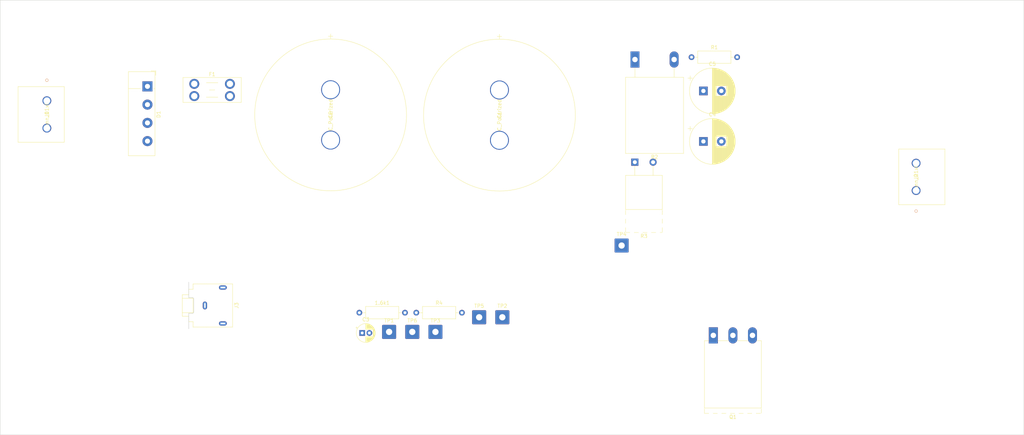
<source format=kicad_pcb>
(kicad_pcb (version 20211014) (generator pcbnew)
  (layers (0 "F.Cu" signal) (31 "B.Cu" signal) (34 "B.Paste" user) (35 "F.Paste" user) (36 "B.SilkS" user "B.Silkscreen") (37 "F.SilkS" user "F.Silkscreen") (38 "B.Mask" user) (39 "F.Mask" user) (44 "Edge.Cuts" user))
  (net 0 "")
  (net 1 "Net-(1.6k1-Pad1)")
  (net 2 "GND")
  (net 3 "Net-(C1-Pad1)")
  (net 6 "Net-(C3-Pad1)")
  (net 7 "Net-(C4-Pad1)")
  (net 8 "Net-(C5-Pad1)")
  (net 9 "Net-(C5-Pad2)")
  (net 10 "+VDC")
  (net 11 "Net-(F1-Pad1)")
  (net 12 "Net-(J1-Pad1)")
  (net 13 "Net-(J1-Pad2)")
  (footprint "Capacitor_THT:CP_Radial_D12.5mm_P5.00mm" (layer "F.Cu") (at 188.782082 58.27)
    (fp_text reference "C5" (at 2.5 -7.5) (layer "F.SilkS"))
    (fp_text value "100uF")
    (pad "1" thru_hole rect (at 0 0) (size 2.4 2.4) (drill 1.2) (layers *.Cu *.Mask) (net 8 "Net-(C5-Pad1)"))
    (pad "2" thru_hole circle (at 5 0) (size 2.4 2.4) (drill 1.2) (layers *.Cu *.Mask) (net 9 "Net-(C5-Pad2)"))
  )
  (footprint "Package_TO_SOT_THT:TO-3PB-3_Horizontal_TabUp" (layer "F.Cu") (at 191.545 126.325)
    (fp_text reference "Q1" (at 5.45 22.72) (layer "F.SilkS"))
    (fp_text value "2SD2390")
    (pad "" np_thru_hole oval (at 5.45 16.6) (size 3.4 3.4) (drill 3.4) (layers *.Cu *.Mask))
    (pad "1" thru_hole rect (at 0 0) (size 2.5 4.5) (drill 1.5) (layers *.Cu *.Mask) (net 1 "Net-(1.6k1-Pad1)"))
    (pad "2" thru_hole oval (at 5.45 0) (size 2.5 4.5) (drill 1.5) (layers *.Cu *.Mask) (net 8 "Net-(C5-Pad1)"))
    (pad "3" thru_hole oval (at 10.9 0) (size 2.5 4.5) (drill 1.5) (layers *.Cu *.Mask) (net 7 "Net-(C4-Pad1)"))
  )
  (footprint "Amplifier Footprints:TB005-762-02BE" (layer "F.Cu") (at 6 61 -90)
    (fp_text reference "J1" (at 3.81 0 90) (layer "F.SilkS"))
    (fp_text value "Conn_01x02" (at 3.81 0 90) (layer "F.SilkS"))
    (fp_text user "*" (at 0 0 90) (layer "F.SilkS"))
    (pad "1" thru_hole circle locked (at 0 0 270) (size 2.4638 2.4638) (drill 1.8542) (layers *.Cu *.Mask) (net 12 "Net-(J1-Pad1)"))
    (pad "2" thru_hole circle locked (at 7.62 0 270) (size 2.4638 2.4638) (drill 1.8542) (layers *.Cu *.Mask) (net 13 "Net-(J1-Pad2)"))
  )
  (footprint "Resistor_THT:R_Axial_DIN0309_L9.0mm_D3.2mm_P12.70mm_Horizontal" (layer "F.Cu") (at 185.48 48.87)
    (fp_text reference "R1" (at 6.35 -2.72) (layer "F.SilkS"))
    (fp_text value "21k")
    (pad "1" thru_hole circle (at 0 0) (size 1.6 1.6) (drill 0.8) (layers *.Cu *.Mask) (net 10 "+VDC"))
    (pad "2" thru_hole oval (at 12.7 0) (size 1.6 1.6) (drill 0.8) (layers *.Cu *.Mask) (net 1 "Net-(1.6k1-Pad1)"))
  )
  (footprint "Diode_THT:Diode_Bridge_Vishay_KBU" (layer "F.Cu") (at 34 57 -90)
    (fp_text reference "D1" (at 7.8 -3.1 90) (layer "F.SilkS"))
    (fp_text value "KBU8M")
    (pad "1" thru_hole rect (at 0 0 270) (size 2.8 2.8) (drill 1.4) (layers *.Cu *.Mask) (net 11 "Net-(F1-Pad1)"))
    (pad "2" thru_hole circle (at 5.08 0 270) (size 2.8 2.8) (drill 1.4) (layers *.Cu *.Mask) (net 12 "Net-(J1-Pad1)"))
    (pad "3" thru_hole circle (at 10.16 0 270) (size 2.8 2.8) (drill 1.4) (layers *.Cu *.Mask) (net 13 "Net-(J1-Pad2)"))
    (pad "4" thru_hole circle (at 15.24 0 270) (size 2.8 2.8) (drill 1.4) (layers *.Cu *.Mask) (net 2 "GND"))
  )
  (footprint "Resistor_THT:R_Axial_DIN0309_L9.0mm_D3.2mm_P12.70mm_Horizontal" (layer "F.Cu") (at 108.85 120)
    (fp_text reference "R4" (at 6.35 -2.72) (layer "F.SilkS"))
    (fp_text value "R")
    (pad "1" thru_hole circle (at 0 0) (size 1.6 1.6) (drill 0.8) (layers *.Cu *.Mask) (net 9 "Net-(C5-Pad2)"))
    (pad "2" thru_hole oval (at 12.7 0) (size 1.6 1.6) (drill 0.8) (layers *.Cu *.Mask) (net 2 "GND"))
  )
  (footprint "Package_TO_SOT_THT:TO-247-2_Horizontal_TabUp" (layer "F.Cu") (at 169.73 49.52)
    (fp_text reference "R2" (at 5.45 27.15) (layer "F.SilkS"))
    (fp_text value "6R")
    (pad "" np_thru_hole oval (at 5.45 19.86) (size 3.6 3.6) (drill 3.6) (layers *.Cu *.Mask))
    (pad "1" thru_hole rect (at 0 0) (size 2.5 4.5) (drill 1.5) (layers *.Cu *.Mask) (net 10 "+VDC"))
    (pad "2" thru_hole oval (at 10.9 0) (size 2.5 4.5) (drill 1.5) (layers *.Cu *.Mask) (net 8 "Net-(C5-Pad1)"))
  )
  (footprint "Connector_Wire:SolderWire-1sqmm_1x01_D1.4mm_OD3.9mm" (layer "F.Cu") (at 126.35 121.28)
    (fp_text reference "TP5" (at 0 -3.15) (layer "F.SilkS"))
    (fp_text value "TestPoint")
    (pad "1" thru_hole roundrect (at 0 0) (size 3.9 3.9) (drill 1.75) (layers *.Cu *.Mask) (roundrect_rratio 0.064103) (net 7 "Net-(C4-Pad1)"))
  )
  (footprint "Connector_Audio:Jack_3.5mm_CUI_SJ1-3523N_Horizontal" (layer "F.Cu") (at 50 118 -90)
    (fp_text reference "J3" (at 0 -8.8 90) (layer "F.SilkS"))
    (fp_text value "AudioJack3")
    (fp_line (start 2.2 4.5) (end 6.5 4.5) (layer "Edge.Cuts") (width 0.12))
    (fp_line (start -2.2 4.5) (end -6.5 4.5) (layer "Edge.Cuts") (width 0.12))
    (fp_line (start 1.8 3.1) (end -1.8 3.1) (layer "Edge.Cuts") (width 0.12))
    (fp_line (start -2.2 3.5) (end -2.2 4.5) (layer "Edge.Cuts") (width 0.12))
    (fp_line (start 2.2 3.5) (end 2.2 4.5) (layer "Edge.Cuts") (width 0.12))
    (fp_arc (start -2.2 3.5) (mid -2.082842 3.217158) (end -1.8 3.1) (layer "Edge.Cuts") (width 0.12))
    (fp_arc (start 1.8 3.1) (mid 2.082843 3.217157) (end 2.2 3.5) (layer "Edge.Cuts") (width 0.12))
    (pad "" np_thru_hole circle (at -5 2.5 270) (size 1.2 1.2) (drill 1.2) (layers *.Cu))
    (pad "" np_thru_hole circle (at 5 0 270) (size 1.2 1.2) (drill 1.2) (layers *.Cu))
    (pad "" np_thru_hole circle (at -5 0 270) (size 1.2 1.2) (drill 1.2) (layers *.Cu))
    (pad "" np_thru_hole circle (at 0 -5 270) (size 1.2 1.2) (drill 1.2) (layers *.Cu))
    (pad "" np_thru_hole circle (at 5 2.5 270) (size 1.2 1.2) (drill 1.2) (layers *.Cu))
    (pad "R" thru_hole oval (at -5 -5 270) (size 1.2 2.2) (drill oval 0.4 1.4) (layers *.Cu *.Mask) (net 6 "Net-(C3-Pad1)"))
    (pad "S" thru_hole oval (at 0 0 270) (size 2.2 1.2) (drill oval 1.4 0.4) (layers *.Cu *.Mask) (net 2 "GND"))
    (pad "T" thru_hole oval (at 5 -5 90) (size 1.2 2.2) (drill oval 0.4 1.4) (layers *.Cu *.Mask) (net 6 "Net-(C3-Pad1)"))
  )
  (footprint "Fuse:Fuseholder_Blade_Mini_Keystone_3568" (layer "F.Cu") (at 47.04 56.3)
    (fp_text reference "F1" (at 4.96 -2.67) (layer "F.SilkS"))
    (fp_text value "Fuse")
    (pad "1" thru_hole circle (at 0 0) (size 2.78 2.78) (drill 1.78) (layers *.Cu *.Mask) (net 11 "Net-(F1-Pad1)"))
    (pad "1" thru_hole circle (at 0 3.4) (size 2.78 2.78) (drill 1.78) (layers *.Cu *.Mask) (net 11 "Net-(F1-Pad1)"))
    (pad "2" thru_hole circle (at 9.92 3.4) (size 2.78 2.78) (drill 1.78) (layers *.Cu *.Mask) (net 3 "Net-(C1-Pad1)"))
    (pad "2" thru_hole circle (at 9.92 0) (size 2.78 2.78) (drill 1.78) (layers *.Cu *.Mask) (net 3 "Net-(C1-Pad1)"))
  )
  (footprint "Connector_Wire:SolderWire-1sqmm_1x01_D1.4mm_OD3.9mm" (layer "F.Cu") (at 166.01 101.31)
    (fp_text reference "TP4" (at 0 -3.15) (layer "F.SilkS"))
    (fp_text value "TestPoint")
    (pad "1" thru_hole roundrect (at 0 0) (size 3.9 3.9) (drill 1.75) (layers *.Cu *.Mask) (roundrect_rratio 0.064103) (net 8 "Net-(C5-Pad1)"))
  )
  (footprint "Capacitor_THT:CP_Radial_D12.5mm_P5.00mm" (layer "F.Cu") (at 188.782082 72.32)
    (fp_text reference "C4" (at 2.5 -7.5) (layer "F.SilkS"))
    (fp_text value "100uF")
    (pad "1" thru_hole rect (at 0 0) (size 2.4 2.4) (drill 1.2) (layers *.Cu *.Mask) (net 7 "Net-(C4-Pad1)"))
    (pad "2" thru_hole circle (at 5 0) (size 2.4 2.4) (drill 1.2) (layers *.Cu *.Mask) (net 2 "GND"))
  )
  (footprint "Connector_Wire:SolderWire-1sqmm_1x01_D1.4mm_OD3.9mm" (layer "F.Cu") (at 114.18 125.35)
    (fp_text reference "TP3" (at 0 -3.15) (layer "F.SilkS"))
    (fp_text value "TestPoint")
    (pad "1" thru_hole roundrect (at 0 0) (size 3.9 3.9) (drill 1.75) (layers *.Cu *.Mask) (roundrect_rratio 0.064103) (net 1 "Net-(1.6k1-Pad1)"))
  )
  (footprint "Amplifier Footprints:LKG1K103MKNF" (layer "F.Cu") (at 85 57.941501 -90)
    (fp_text reference "C2" (at 6.999999 0 90) (layer "F.SilkS"))
    (fp_text value "C_Polarized" (at 6.999999 0 90) (layer "F.SilkS"))
    (fp_text user "*" (at 0 0 90) (layer "F.SilkS"))
    (pad "1" thru_hole circle locked (at -0.000001 0 270) (size 5.2578 5.2578) (drill 4.7498) (layers *.Cu *.Mask) (net 3 "Net-(C1-Pad1)"))
    (pad "2" thru_hole circle locked (at 13.999999 0 270) (size 5.2578 5.2578) (drill 4.7498) (layers *.Cu *.Mask))
  )
  (footprint "Connector_Wire:SolderWire-1sqmm_1x01_D1.4mm_OD3.9mm" (layer "F.Cu") (at 107.73 125.35)
    (fp_text reference "TP6" (at 0 -3.15) (layer "F.SilkS"))
    (fp_text value "TestPoint")
    (pad "1" thru_hole roundrect (at 0 0) (size 3.9 3.9) (drill 1.75) (layers *.Cu *.Mask) (roundrect_rratio 0.064103) (net 2 "GND"))
  )
  (footprint "Connector_Wire:SolderWire-1sqmm_1x01_D1.4mm_OD3.9mm" (layer "F.Cu") (at 101.28 125.35)
    (fp_text reference "TP1" (at 0 -3.15) (layer "F.SilkS"))
    (fp_text value "TestPoint")
    (pad "1" thru_hole roundrect (at 0 0) (size 3.9 3.9) (drill 1.75) (layers *.Cu *.Mask) (roundrect_rratio 0.064103) (net 3 "Net-(C1-Pad1)"))
  )
  (footprint "Capacitor_THT:CP_Radial_D5.0mm_P2.00mm" (layer "F.Cu") (at 93.789775 125.65)
    (fp_text reference "C3" (at 1 -3.75) (layer "F.SilkS"))
    (fp_text value "C")
    (pad "1" thru_hole rect (at 0 0) (size 1.6 1.6) (drill 0.8) (layers *.Cu *.Mask) (net 6 "Net-(C3-Pad1)"))
    (pad "2" thru_hole circle (at 2 0) (size 1.6 1.6) (drill 0.8) (layers *.Cu *.Mask) (net 1 "Net-(1.6k1-Pad1)"))
  )
  (footprint "Amplifier Footprints:LKG1K103MKNF" (layer "F.Cu") (at 132 58.000001 -90)
    (fp_text reference "C1" (at 6.999999 0 90) (layer "F.SilkS"))
    (fp_text value "C_Polarized" (at 6.999999 0 90) (layer "F.SilkS"))
    (fp_text user "*" (at 0 0 90) (layer "F.SilkS"))
    (pad "1" thru_hole circle locked (at -0.000001 0 270) (size 5.2578 5.2578) (drill 4.7498) (layers *.Cu *.Mask) (net 3 "Net-(C1-Pad1)"))
    (pad "2" thru_hole circle locked (at 13.999999 0 270) (size 5.2578 5.2578) (drill 4.7498) (layers *.Cu *.Mask))
  )
  (footprint "Amplifier Footprints:TB005-762-02BE" (layer "F.Cu") (at 248 86 90)
    (fp_text reference "J2" (at 3.81 0 90) (layer "F.SilkS"))
    (fp_text value "Conn_01x02" (at 3.81 0 90) (layer "F.SilkS"))
    (fp_text user "*" (at 0 0 90) (layer "F.SilkS"))
    (pad "1" thru_hole circle locked (at 0 0 90) (size 2.4638 2.4638) (drill 1.8542) (layers *.Cu *.Mask) (net 9 "Net-(C5-Pad2)"))
    (pad "2" thru_hole circle locked (at 7.62 0 90) (size 2.4638 2.4638) (drill 1.8542) (layers *.Cu *.Mask) (net 2 "GND"))
  )
  (footprint "Connector_Wire:SolderWire-1sqmm_1x01_D1.4mm_OD3.9mm" (layer "F.Cu") (at 132.8 121.28)
    (fp_text reference "TP2" (at 0 -3.15) (layer "F.SilkS"))
    (fp_text value "TestPoint")
    (pad "1" thru_hole roundrect (at 0 0) (size 3.9 3.9) (drill 1.75) (layers *.Cu *.Mask) (roundrect_rratio 0.064103) (net 10 "+VDC"))
  )
  (footprint "Package_TO_SOT_THT:TO-220-2_Horizontal_TabUp" (layer "F.Cu") (at 169.69 78.1)
    (fp_text reference "R3" (at 2.54 20.58) (layer "F.SilkS"))
    (fp_text value "0.6R")
    (pad "" np_thru_hole oval (at 2.54 16.66) (size 3.5 3.5) (drill 3.5) (layers *.Cu *.Mask))
    (pad "1" thru_hole rect (at 0 0) (size 2 2) (drill 1.1) (layers *.Cu *.Mask) (net 7 "Net-(C4-Pad1)"))
    (pad "2" thru_hole oval (at 5.08 0) (size 2 2) (drill 1.1) (layers *.Cu *.Mask) (net 2 "GND"))
  )
  (footprint "Resistor_THT:R_Axial_DIN0309_L9.0mm_D3.2mm_P12.70mm_Horizontal" (layer "F.Cu") (at 93 120)
    (fp_text reference "1.6k1" (at 6.35 -2.72) (layer "F.SilkS"))
    (fp_text value "800R")
    (pad "1" thru_hole circle (at 0 0) (size 1.6 1.6) (drill 0.8) (layers *.Cu *.Mask) (net 1 "Net-(1.6k1-Pad1)"))
    (pad "2" thru_hole oval (at 12.7 0) (size 1.6 1.6) (drill 0.8) (layers *.Cu *.Mask) (net 2 "GND"))
  )
  (gr_rect (start -7 33) (end 278 154) (layer "Edge.Cuts") (width 0.1) (fill none))
)
</source>
